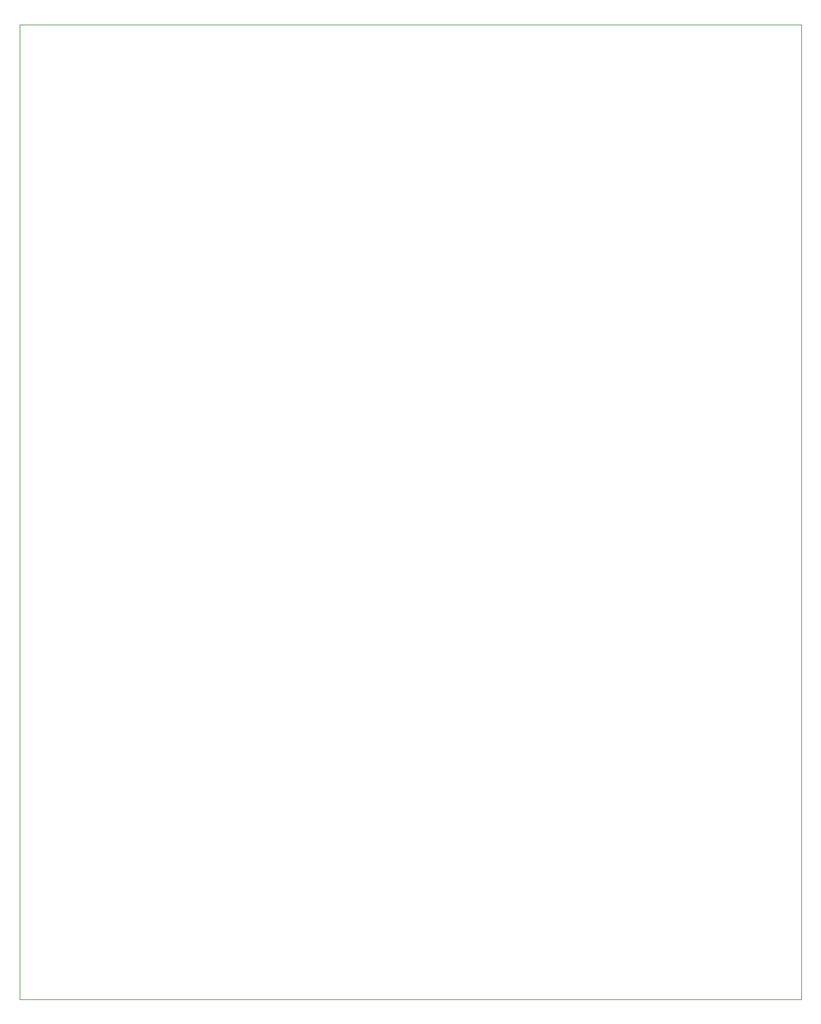
<source format=gbr>
%TF.GenerationSoftware,KiCad,Pcbnew,(6.0.7)*%
%TF.CreationDate,2022-10-05T08:11:46-05:00*%
%TF.ProjectId,FinaleBanger,46696e61-6c65-4426-916e-6765722e6b69,rev?*%
%TF.SameCoordinates,Original*%
%TF.FileFunction,Profile,NP*%
%FSLAX46Y46*%
G04 Gerber Fmt 4.6, Leading zero omitted, Abs format (unit mm)*
G04 Created by KiCad (PCBNEW (6.0.7)) date 2022-10-05 08:11:46*
%MOMM*%
%LPD*%
G01*
G04 APERTURE LIST*
%TA.AperFunction,Profile*%
%ADD10C,0.100000*%
%TD*%
G04 APERTURE END LIST*
D10*
X206500000Y-22000000D02*
X99000000Y-22000000D01*
X99000000Y-22000000D02*
X99000000Y-156000000D01*
X99000000Y-156000000D02*
X206500000Y-156000000D01*
X206500000Y-156000000D02*
X206500000Y-22000000D01*
M02*

</source>
